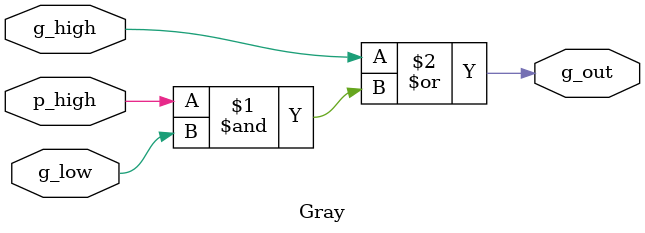
<source format=v>
module Gray(input g_high, p_high, g_low,
                output g_out);
    assign g_out = g_high | (p_high & g_low);
endmodule
</source>
